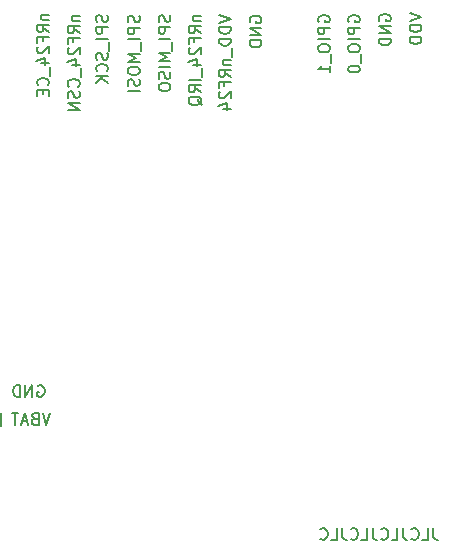
<source format=gbo>
G04 #@! TF.GenerationSoftware,KiCad,Pcbnew,8.0.8*
G04 #@! TF.CreationDate,2025-01-30T19:33:48+01:00*
G04 #@! TF.ProjectId,HAMS_node,48414d53-5f6e-46f6-9465-2e6b69636164,rev?*
G04 #@! TF.SameCoordinates,Original*
G04 #@! TF.FileFunction,Legend,Bot*
G04 #@! TF.FilePolarity,Positive*
%FSLAX46Y46*%
G04 Gerber Fmt 4.6, Leading zero omitted, Abs format (unit mm)*
G04 Created by KiCad (PCBNEW 8.0.8) date 2025-01-30 19:33:48*
%MOMM*%
%LPD*%
G01*
G04 APERTURE LIST*
G04 Aperture macros list*
%AMRoundRect*
0 Rectangle with rounded corners*
0 $1 Rounding radius*
0 $2 $3 $4 $5 $6 $7 $8 $9 X,Y pos of 4 corners*
0 Add a 4 corners polygon primitive as box body*
4,1,4,$2,$3,$4,$5,$6,$7,$8,$9,$2,$3,0*
0 Add four circle primitives for the rounded corners*
1,1,$1+$1,$2,$3*
1,1,$1+$1,$4,$5*
1,1,$1+$1,$6,$7*
1,1,$1+$1,$8,$9*
0 Add four rect primitives between the rounded corners*
20,1,$1+$1,$2,$3,$4,$5,0*
20,1,$1+$1,$4,$5,$6,$7,0*
20,1,$1+$1,$6,$7,$8,$9,0*
20,1,$1+$1,$8,$9,$2,$3,0*%
G04 Aperture macros list end*
%ADD10C,0.150000*%
%ADD11C,2.200000*%
%ADD12R,1.000000X1.000000*%
%ADD13O,1.000000X1.000000*%
%ADD14O,2.000000X1.700000*%
%ADD15RoundRect,0.250000X0.750000X-0.600000X0.750000X0.600000X-0.750000X0.600000X-0.750000X-0.600000X0*%
%ADD16C,1.200000*%
%ADD17R,1.700000X1.700000*%
%ADD18O,1.700000X1.700000*%
%ADD19C,1.700000*%
G04 APERTURE END LIST*
D10*
X203017438Y-62110588D02*
X202969819Y-62015350D01*
X202969819Y-62015350D02*
X202969819Y-61872493D01*
X202969819Y-61872493D02*
X203017438Y-61729636D01*
X203017438Y-61729636D02*
X203112676Y-61634398D01*
X203112676Y-61634398D02*
X203207914Y-61586779D01*
X203207914Y-61586779D02*
X203398390Y-61539160D01*
X203398390Y-61539160D02*
X203541247Y-61539160D01*
X203541247Y-61539160D02*
X203731723Y-61586779D01*
X203731723Y-61586779D02*
X203826961Y-61634398D01*
X203826961Y-61634398D02*
X203922200Y-61729636D01*
X203922200Y-61729636D02*
X203969819Y-61872493D01*
X203969819Y-61872493D02*
X203969819Y-61967731D01*
X203969819Y-61967731D02*
X203922200Y-62110588D01*
X203922200Y-62110588D02*
X203874580Y-62158207D01*
X203874580Y-62158207D02*
X203541247Y-62158207D01*
X203541247Y-62158207D02*
X203541247Y-61967731D01*
X203969819Y-62586779D02*
X202969819Y-62586779D01*
X202969819Y-62586779D02*
X203969819Y-63158207D01*
X203969819Y-63158207D02*
X202969819Y-63158207D01*
X203969819Y-63634398D02*
X202969819Y-63634398D01*
X202969819Y-63634398D02*
X202969819Y-63872493D01*
X202969819Y-63872493D02*
X203017438Y-64015350D01*
X203017438Y-64015350D02*
X203112676Y-64110588D01*
X203112676Y-64110588D02*
X203207914Y-64158207D01*
X203207914Y-64158207D02*
X203398390Y-64205826D01*
X203398390Y-64205826D02*
X203541247Y-64205826D01*
X203541247Y-64205826D02*
X203731723Y-64158207D01*
X203731723Y-64158207D02*
X203826961Y-64110588D01*
X203826961Y-64110588D02*
X203922200Y-64015350D01*
X203922200Y-64015350D02*
X203969819Y-63872493D01*
X203969819Y-63872493D02*
X203969819Y-63634398D01*
X205569819Y-61493922D02*
X206569819Y-61827255D01*
X206569819Y-61827255D02*
X205569819Y-62160588D01*
X206569819Y-62493922D02*
X205569819Y-62493922D01*
X205569819Y-62493922D02*
X205569819Y-62732017D01*
X205569819Y-62732017D02*
X205617438Y-62874874D01*
X205617438Y-62874874D02*
X205712676Y-62970112D01*
X205712676Y-62970112D02*
X205807914Y-63017731D01*
X205807914Y-63017731D02*
X205998390Y-63065350D01*
X205998390Y-63065350D02*
X206141247Y-63065350D01*
X206141247Y-63065350D02*
X206331723Y-63017731D01*
X206331723Y-63017731D02*
X206426961Y-62970112D01*
X206426961Y-62970112D02*
X206522200Y-62874874D01*
X206522200Y-62874874D02*
X206569819Y-62732017D01*
X206569819Y-62732017D02*
X206569819Y-62493922D01*
X206569819Y-63493922D02*
X205569819Y-63493922D01*
X205569819Y-63493922D02*
X205569819Y-63732017D01*
X205569819Y-63732017D02*
X205617438Y-63874874D01*
X205617438Y-63874874D02*
X205712676Y-63970112D01*
X205712676Y-63970112D02*
X205807914Y-64017731D01*
X205807914Y-64017731D02*
X205998390Y-64065350D01*
X205998390Y-64065350D02*
X206141247Y-64065350D01*
X206141247Y-64065350D02*
X206331723Y-64017731D01*
X206331723Y-64017731D02*
X206426961Y-63970112D01*
X206426961Y-63970112D02*
X206522200Y-63874874D01*
X206522200Y-63874874D02*
X206569819Y-63732017D01*
X206569819Y-63732017D02*
X206569819Y-63493922D01*
X192067438Y-62260588D02*
X192019819Y-62165350D01*
X192019819Y-62165350D02*
X192019819Y-62022493D01*
X192019819Y-62022493D02*
X192067438Y-61879636D01*
X192067438Y-61879636D02*
X192162676Y-61784398D01*
X192162676Y-61784398D02*
X192257914Y-61736779D01*
X192257914Y-61736779D02*
X192448390Y-61689160D01*
X192448390Y-61689160D02*
X192591247Y-61689160D01*
X192591247Y-61689160D02*
X192781723Y-61736779D01*
X192781723Y-61736779D02*
X192876961Y-61784398D01*
X192876961Y-61784398D02*
X192972200Y-61879636D01*
X192972200Y-61879636D02*
X193019819Y-62022493D01*
X193019819Y-62022493D02*
X193019819Y-62117731D01*
X193019819Y-62117731D02*
X192972200Y-62260588D01*
X192972200Y-62260588D02*
X192924580Y-62308207D01*
X192924580Y-62308207D02*
X192591247Y-62308207D01*
X192591247Y-62308207D02*
X192591247Y-62117731D01*
X193019819Y-62736779D02*
X192019819Y-62736779D01*
X192019819Y-62736779D02*
X193019819Y-63308207D01*
X193019819Y-63308207D02*
X192019819Y-63308207D01*
X193019819Y-63784398D02*
X192019819Y-63784398D01*
X192019819Y-63784398D02*
X192019819Y-64022493D01*
X192019819Y-64022493D02*
X192067438Y-64165350D01*
X192067438Y-64165350D02*
X192162676Y-64260588D01*
X192162676Y-64260588D02*
X192257914Y-64308207D01*
X192257914Y-64308207D02*
X192448390Y-64355826D01*
X192448390Y-64355826D02*
X192591247Y-64355826D01*
X192591247Y-64355826D02*
X192781723Y-64308207D01*
X192781723Y-64308207D02*
X192876961Y-64260588D01*
X192876961Y-64260588D02*
X192972200Y-64165350D01*
X192972200Y-64165350D02*
X193019819Y-64022493D01*
X193019819Y-64022493D02*
X193019819Y-63784398D01*
X207577506Y-105069819D02*
X207577506Y-105784104D01*
X207577506Y-105784104D02*
X207625125Y-105926961D01*
X207625125Y-105926961D02*
X207720363Y-106022200D01*
X207720363Y-106022200D02*
X207863220Y-106069819D01*
X207863220Y-106069819D02*
X207958458Y-106069819D01*
X206625125Y-106069819D02*
X207101315Y-106069819D01*
X207101315Y-106069819D02*
X207101315Y-105069819D01*
X205720363Y-105974580D02*
X205767982Y-106022200D01*
X205767982Y-106022200D02*
X205910839Y-106069819D01*
X205910839Y-106069819D02*
X206006077Y-106069819D01*
X206006077Y-106069819D02*
X206148934Y-106022200D01*
X206148934Y-106022200D02*
X206244172Y-105926961D01*
X206244172Y-105926961D02*
X206291791Y-105831723D01*
X206291791Y-105831723D02*
X206339410Y-105641247D01*
X206339410Y-105641247D02*
X206339410Y-105498390D01*
X206339410Y-105498390D02*
X206291791Y-105307914D01*
X206291791Y-105307914D02*
X206244172Y-105212676D01*
X206244172Y-105212676D02*
X206148934Y-105117438D01*
X206148934Y-105117438D02*
X206006077Y-105069819D01*
X206006077Y-105069819D02*
X205910839Y-105069819D01*
X205910839Y-105069819D02*
X205767982Y-105117438D01*
X205767982Y-105117438D02*
X205720363Y-105165057D01*
X205006077Y-105069819D02*
X205006077Y-105784104D01*
X205006077Y-105784104D02*
X205053696Y-105926961D01*
X205053696Y-105926961D02*
X205148934Y-106022200D01*
X205148934Y-106022200D02*
X205291791Y-106069819D01*
X205291791Y-106069819D02*
X205387029Y-106069819D01*
X204053696Y-106069819D02*
X204529886Y-106069819D01*
X204529886Y-106069819D02*
X204529886Y-105069819D01*
X203148934Y-105974580D02*
X203196553Y-106022200D01*
X203196553Y-106022200D02*
X203339410Y-106069819D01*
X203339410Y-106069819D02*
X203434648Y-106069819D01*
X203434648Y-106069819D02*
X203577505Y-106022200D01*
X203577505Y-106022200D02*
X203672743Y-105926961D01*
X203672743Y-105926961D02*
X203720362Y-105831723D01*
X203720362Y-105831723D02*
X203767981Y-105641247D01*
X203767981Y-105641247D02*
X203767981Y-105498390D01*
X203767981Y-105498390D02*
X203720362Y-105307914D01*
X203720362Y-105307914D02*
X203672743Y-105212676D01*
X203672743Y-105212676D02*
X203577505Y-105117438D01*
X203577505Y-105117438D02*
X203434648Y-105069819D01*
X203434648Y-105069819D02*
X203339410Y-105069819D01*
X203339410Y-105069819D02*
X203196553Y-105117438D01*
X203196553Y-105117438D02*
X203148934Y-105165057D01*
X202434648Y-105069819D02*
X202434648Y-105784104D01*
X202434648Y-105784104D02*
X202482267Y-105926961D01*
X202482267Y-105926961D02*
X202577505Y-106022200D01*
X202577505Y-106022200D02*
X202720362Y-106069819D01*
X202720362Y-106069819D02*
X202815600Y-106069819D01*
X201482267Y-106069819D02*
X201958457Y-106069819D01*
X201958457Y-106069819D02*
X201958457Y-105069819D01*
X200577505Y-105974580D02*
X200625124Y-106022200D01*
X200625124Y-106022200D02*
X200767981Y-106069819D01*
X200767981Y-106069819D02*
X200863219Y-106069819D01*
X200863219Y-106069819D02*
X201006076Y-106022200D01*
X201006076Y-106022200D02*
X201101314Y-105926961D01*
X201101314Y-105926961D02*
X201148933Y-105831723D01*
X201148933Y-105831723D02*
X201196552Y-105641247D01*
X201196552Y-105641247D02*
X201196552Y-105498390D01*
X201196552Y-105498390D02*
X201148933Y-105307914D01*
X201148933Y-105307914D02*
X201101314Y-105212676D01*
X201101314Y-105212676D02*
X201006076Y-105117438D01*
X201006076Y-105117438D02*
X200863219Y-105069819D01*
X200863219Y-105069819D02*
X200767981Y-105069819D01*
X200767981Y-105069819D02*
X200625124Y-105117438D01*
X200625124Y-105117438D02*
X200577505Y-105165057D01*
X199863219Y-105069819D02*
X199863219Y-105784104D01*
X199863219Y-105784104D02*
X199910838Y-105926961D01*
X199910838Y-105926961D02*
X200006076Y-106022200D01*
X200006076Y-106022200D02*
X200148933Y-106069819D01*
X200148933Y-106069819D02*
X200244171Y-106069819D01*
X198910838Y-106069819D02*
X199387028Y-106069819D01*
X199387028Y-106069819D02*
X199387028Y-105069819D01*
X198006076Y-105974580D02*
X198053695Y-106022200D01*
X198053695Y-106022200D02*
X198196552Y-106069819D01*
X198196552Y-106069819D02*
X198291790Y-106069819D01*
X198291790Y-106069819D02*
X198434647Y-106022200D01*
X198434647Y-106022200D02*
X198529885Y-105926961D01*
X198529885Y-105926961D02*
X198577504Y-105831723D01*
X198577504Y-105831723D02*
X198625123Y-105641247D01*
X198625123Y-105641247D02*
X198625123Y-105498390D01*
X198625123Y-105498390D02*
X198577504Y-105307914D01*
X198577504Y-105307914D02*
X198529885Y-105212676D01*
X198529885Y-105212676D02*
X198434647Y-105117438D01*
X198434647Y-105117438D02*
X198291790Y-105069819D01*
X198291790Y-105069819D02*
X198196552Y-105069819D01*
X198196552Y-105069819D02*
X198053695Y-105117438D01*
X198053695Y-105117438D02*
X198006076Y-105165057D01*
X200417438Y-62210588D02*
X200369819Y-62115350D01*
X200369819Y-62115350D02*
X200369819Y-61972493D01*
X200369819Y-61972493D02*
X200417438Y-61829636D01*
X200417438Y-61829636D02*
X200512676Y-61734398D01*
X200512676Y-61734398D02*
X200607914Y-61686779D01*
X200607914Y-61686779D02*
X200798390Y-61639160D01*
X200798390Y-61639160D02*
X200941247Y-61639160D01*
X200941247Y-61639160D02*
X201131723Y-61686779D01*
X201131723Y-61686779D02*
X201226961Y-61734398D01*
X201226961Y-61734398D02*
X201322200Y-61829636D01*
X201322200Y-61829636D02*
X201369819Y-61972493D01*
X201369819Y-61972493D02*
X201369819Y-62067731D01*
X201369819Y-62067731D02*
X201322200Y-62210588D01*
X201322200Y-62210588D02*
X201274580Y-62258207D01*
X201274580Y-62258207D02*
X200941247Y-62258207D01*
X200941247Y-62258207D02*
X200941247Y-62067731D01*
X201369819Y-62686779D02*
X200369819Y-62686779D01*
X200369819Y-62686779D02*
X200369819Y-63067731D01*
X200369819Y-63067731D02*
X200417438Y-63162969D01*
X200417438Y-63162969D02*
X200465057Y-63210588D01*
X200465057Y-63210588D02*
X200560295Y-63258207D01*
X200560295Y-63258207D02*
X200703152Y-63258207D01*
X200703152Y-63258207D02*
X200798390Y-63210588D01*
X200798390Y-63210588D02*
X200846009Y-63162969D01*
X200846009Y-63162969D02*
X200893628Y-63067731D01*
X200893628Y-63067731D02*
X200893628Y-62686779D01*
X201369819Y-63686779D02*
X200369819Y-63686779D01*
X200369819Y-64353445D02*
X200369819Y-64543921D01*
X200369819Y-64543921D02*
X200417438Y-64639159D01*
X200417438Y-64639159D02*
X200512676Y-64734397D01*
X200512676Y-64734397D02*
X200703152Y-64782016D01*
X200703152Y-64782016D02*
X201036485Y-64782016D01*
X201036485Y-64782016D02*
X201226961Y-64734397D01*
X201226961Y-64734397D02*
X201322200Y-64639159D01*
X201322200Y-64639159D02*
X201369819Y-64543921D01*
X201369819Y-64543921D02*
X201369819Y-64353445D01*
X201369819Y-64353445D02*
X201322200Y-64258207D01*
X201322200Y-64258207D02*
X201226961Y-64162969D01*
X201226961Y-64162969D02*
X201036485Y-64115350D01*
X201036485Y-64115350D02*
X200703152Y-64115350D01*
X200703152Y-64115350D02*
X200512676Y-64162969D01*
X200512676Y-64162969D02*
X200417438Y-64258207D01*
X200417438Y-64258207D02*
X200369819Y-64353445D01*
X201465057Y-64972493D02*
X201465057Y-65734397D01*
X200369819Y-66162969D02*
X200369819Y-66258207D01*
X200369819Y-66258207D02*
X200417438Y-66353445D01*
X200417438Y-66353445D02*
X200465057Y-66401064D01*
X200465057Y-66401064D02*
X200560295Y-66448683D01*
X200560295Y-66448683D02*
X200750771Y-66496302D01*
X200750771Y-66496302D02*
X200988866Y-66496302D01*
X200988866Y-66496302D02*
X201179342Y-66448683D01*
X201179342Y-66448683D02*
X201274580Y-66401064D01*
X201274580Y-66401064D02*
X201322200Y-66353445D01*
X201322200Y-66353445D02*
X201369819Y-66258207D01*
X201369819Y-66258207D02*
X201369819Y-66162969D01*
X201369819Y-66162969D02*
X201322200Y-66067731D01*
X201322200Y-66067731D02*
X201274580Y-66020112D01*
X201274580Y-66020112D02*
X201179342Y-65972493D01*
X201179342Y-65972493D02*
X200988866Y-65924874D01*
X200988866Y-65924874D02*
X200750771Y-65924874D01*
X200750771Y-65924874D02*
X200560295Y-65972493D01*
X200560295Y-65972493D02*
X200465057Y-66020112D01*
X200465057Y-66020112D02*
X200417438Y-66067731D01*
X200417438Y-66067731D02*
X200369819Y-66162969D01*
X197867438Y-62210588D02*
X197819819Y-62115350D01*
X197819819Y-62115350D02*
X197819819Y-61972493D01*
X197819819Y-61972493D02*
X197867438Y-61829636D01*
X197867438Y-61829636D02*
X197962676Y-61734398D01*
X197962676Y-61734398D02*
X198057914Y-61686779D01*
X198057914Y-61686779D02*
X198248390Y-61639160D01*
X198248390Y-61639160D02*
X198391247Y-61639160D01*
X198391247Y-61639160D02*
X198581723Y-61686779D01*
X198581723Y-61686779D02*
X198676961Y-61734398D01*
X198676961Y-61734398D02*
X198772200Y-61829636D01*
X198772200Y-61829636D02*
X198819819Y-61972493D01*
X198819819Y-61972493D02*
X198819819Y-62067731D01*
X198819819Y-62067731D02*
X198772200Y-62210588D01*
X198772200Y-62210588D02*
X198724580Y-62258207D01*
X198724580Y-62258207D02*
X198391247Y-62258207D01*
X198391247Y-62258207D02*
X198391247Y-62067731D01*
X198819819Y-62686779D02*
X197819819Y-62686779D01*
X197819819Y-62686779D02*
X197819819Y-63067731D01*
X197819819Y-63067731D02*
X197867438Y-63162969D01*
X197867438Y-63162969D02*
X197915057Y-63210588D01*
X197915057Y-63210588D02*
X198010295Y-63258207D01*
X198010295Y-63258207D02*
X198153152Y-63258207D01*
X198153152Y-63258207D02*
X198248390Y-63210588D01*
X198248390Y-63210588D02*
X198296009Y-63162969D01*
X198296009Y-63162969D02*
X198343628Y-63067731D01*
X198343628Y-63067731D02*
X198343628Y-62686779D01*
X198819819Y-63686779D02*
X197819819Y-63686779D01*
X197819819Y-64353445D02*
X197819819Y-64543921D01*
X197819819Y-64543921D02*
X197867438Y-64639159D01*
X197867438Y-64639159D02*
X197962676Y-64734397D01*
X197962676Y-64734397D02*
X198153152Y-64782016D01*
X198153152Y-64782016D02*
X198486485Y-64782016D01*
X198486485Y-64782016D02*
X198676961Y-64734397D01*
X198676961Y-64734397D02*
X198772200Y-64639159D01*
X198772200Y-64639159D02*
X198819819Y-64543921D01*
X198819819Y-64543921D02*
X198819819Y-64353445D01*
X198819819Y-64353445D02*
X198772200Y-64258207D01*
X198772200Y-64258207D02*
X198676961Y-64162969D01*
X198676961Y-64162969D02*
X198486485Y-64115350D01*
X198486485Y-64115350D02*
X198153152Y-64115350D01*
X198153152Y-64115350D02*
X197962676Y-64162969D01*
X197962676Y-64162969D02*
X197867438Y-64258207D01*
X197867438Y-64258207D02*
X197819819Y-64353445D01*
X198915057Y-64972493D02*
X198915057Y-65734397D01*
X198819819Y-66496302D02*
X198819819Y-65924874D01*
X198819819Y-66210588D02*
X197819819Y-66210588D01*
X197819819Y-66210588D02*
X197962676Y-66115350D01*
X197962676Y-66115350D02*
X198057914Y-66020112D01*
X198057914Y-66020112D02*
X198105533Y-65924874D01*
X179972200Y-61639160D02*
X180019819Y-61782017D01*
X180019819Y-61782017D02*
X180019819Y-62020112D01*
X180019819Y-62020112D02*
X179972200Y-62115350D01*
X179972200Y-62115350D02*
X179924580Y-62162969D01*
X179924580Y-62162969D02*
X179829342Y-62210588D01*
X179829342Y-62210588D02*
X179734104Y-62210588D01*
X179734104Y-62210588D02*
X179638866Y-62162969D01*
X179638866Y-62162969D02*
X179591247Y-62115350D01*
X179591247Y-62115350D02*
X179543628Y-62020112D01*
X179543628Y-62020112D02*
X179496009Y-61829636D01*
X179496009Y-61829636D02*
X179448390Y-61734398D01*
X179448390Y-61734398D02*
X179400771Y-61686779D01*
X179400771Y-61686779D02*
X179305533Y-61639160D01*
X179305533Y-61639160D02*
X179210295Y-61639160D01*
X179210295Y-61639160D02*
X179115057Y-61686779D01*
X179115057Y-61686779D02*
X179067438Y-61734398D01*
X179067438Y-61734398D02*
X179019819Y-61829636D01*
X179019819Y-61829636D02*
X179019819Y-62067731D01*
X179019819Y-62067731D02*
X179067438Y-62210588D01*
X180019819Y-62639160D02*
X179019819Y-62639160D01*
X179019819Y-62639160D02*
X179019819Y-63020112D01*
X179019819Y-63020112D02*
X179067438Y-63115350D01*
X179067438Y-63115350D02*
X179115057Y-63162969D01*
X179115057Y-63162969D02*
X179210295Y-63210588D01*
X179210295Y-63210588D02*
X179353152Y-63210588D01*
X179353152Y-63210588D02*
X179448390Y-63162969D01*
X179448390Y-63162969D02*
X179496009Y-63115350D01*
X179496009Y-63115350D02*
X179543628Y-63020112D01*
X179543628Y-63020112D02*
X179543628Y-62639160D01*
X180019819Y-63639160D02*
X179019819Y-63639160D01*
X180115057Y-63877255D02*
X180115057Y-64639159D01*
X179972200Y-64829636D02*
X180019819Y-64972493D01*
X180019819Y-64972493D02*
X180019819Y-65210588D01*
X180019819Y-65210588D02*
X179972200Y-65305826D01*
X179972200Y-65305826D02*
X179924580Y-65353445D01*
X179924580Y-65353445D02*
X179829342Y-65401064D01*
X179829342Y-65401064D02*
X179734104Y-65401064D01*
X179734104Y-65401064D02*
X179638866Y-65353445D01*
X179638866Y-65353445D02*
X179591247Y-65305826D01*
X179591247Y-65305826D02*
X179543628Y-65210588D01*
X179543628Y-65210588D02*
X179496009Y-65020112D01*
X179496009Y-65020112D02*
X179448390Y-64924874D01*
X179448390Y-64924874D02*
X179400771Y-64877255D01*
X179400771Y-64877255D02*
X179305533Y-64829636D01*
X179305533Y-64829636D02*
X179210295Y-64829636D01*
X179210295Y-64829636D02*
X179115057Y-64877255D01*
X179115057Y-64877255D02*
X179067438Y-64924874D01*
X179067438Y-64924874D02*
X179019819Y-65020112D01*
X179019819Y-65020112D02*
X179019819Y-65258207D01*
X179019819Y-65258207D02*
X179067438Y-65401064D01*
X179924580Y-66401064D02*
X179972200Y-66353445D01*
X179972200Y-66353445D02*
X180019819Y-66210588D01*
X180019819Y-66210588D02*
X180019819Y-66115350D01*
X180019819Y-66115350D02*
X179972200Y-65972493D01*
X179972200Y-65972493D02*
X179876961Y-65877255D01*
X179876961Y-65877255D02*
X179781723Y-65829636D01*
X179781723Y-65829636D02*
X179591247Y-65782017D01*
X179591247Y-65782017D02*
X179448390Y-65782017D01*
X179448390Y-65782017D02*
X179257914Y-65829636D01*
X179257914Y-65829636D02*
X179162676Y-65877255D01*
X179162676Y-65877255D02*
X179067438Y-65972493D01*
X179067438Y-65972493D02*
X179019819Y-66115350D01*
X179019819Y-66115350D02*
X179019819Y-66210588D01*
X179019819Y-66210588D02*
X179067438Y-66353445D01*
X179067438Y-66353445D02*
X179115057Y-66401064D01*
X180019819Y-66829636D02*
X179019819Y-66829636D01*
X180019819Y-67401064D02*
X179448390Y-66972493D01*
X179019819Y-67401064D02*
X179591247Y-66829636D01*
X174353152Y-61586779D02*
X175019819Y-61586779D01*
X174448390Y-61586779D02*
X174400771Y-61634398D01*
X174400771Y-61634398D02*
X174353152Y-61729636D01*
X174353152Y-61729636D02*
X174353152Y-61872493D01*
X174353152Y-61872493D02*
X174400771Y-61967731D01*
X174400771Y-61967731D02*
X174496009Y-62015350D01*
X174496009Y-62015350D02*
X175019819Y-62015350D01*
X175019819Y-63062969D02*
X174543628Y-62729636D01*
X175019819Y-62491541D02*
X174019819Y-62491541D01*
X174019819Y-62491541D02*
X174019819Y-62872493D01*
X174019819Y-62872493D02*
X174067438Y-62967731D01*
X174067438Y-62967731D02*
X174115057Y-63015350D01*
X174115057Y-63015350D02*
X174210295Y-63062969D01*
X174210295Y-63062969D02*
X174353152Y-63062969D01*
X174353152Y-63062969D02*
X174448390Y-63015350D01*
X174448390Y-63015350D02*
X174496009Y-62967731D01*
X174496009Y-62967731D02*
X174543628Y-62872493D01*
X174543628Y-62872493D02*
X174543628Y-62491541D01*
X174496009Y-63824874D02*
X174496009Y-63491541D01*
X175019819Y-63491541D02*
X174019819Y-63491541D01*
X174019819Y-63491541D02*
X174019819Y-63967731D01*
X174115057Y-64301065D02*
X174067438Y-64348684D01*
X174067438Y-64348684D02*
X174019819Y-64443922D01*
X174019819Y-64443922D02*
X174019819Y-64682017D01*
X174019819Y-64682017D02*
X174067438Y-64777255D01*
X174067438Y-64777255D02*
X174115057Y-64824874D01*
X174115057Y-64824874D02*
X174210295Y-64872493D01*
X174210295Y-64872493D02*
X174305533Y-64872493D01*
X174305533Y-64872493D02*
X174448390Y-64824874D01*
X174448390Y-64824874D02*
X175019819Y-64253446D01*
X175019819Y-64253446D02*
X175019819Y-64872493D01*
X174353152Y-65729636D02*
X175019819Y-65729636D01*
X173972200Y-65491541D02*
X174686485Y-65253446D01*
X174686485Y-65253446D02*
X174686485Y-65872493D01*
X175115057Y-66015351D02*
X175115057Y-66777255D01*
X174924580Y-67586779D02*
X174972200Y-67539160D01*
X174972200Y-67539160D02*
X175019819Y-67396303D01*
X175019819Y-67396303D02*
X175019819Y-67301065D01*
X175019819Y-67301065D02*
X174972200Y-67158208D01*
X174972200Y-67158208D02*
X174876961Y-67062970D01*
X174876961Y-67062970D02*
X174781723Y-67015351D01*
X174781723Y-67015351D02*
X174591247Y-66967732D01*
X174591247Y-66967732D02*
X174448390Y-66967732D01*
X174448390Y-66967732D02*
X174257914Y-67015351D01*
X174257914Y-67015351D02*
X174162676Y-67062970D01*
X174162676Y-67062970D02*
X174067438Y-67158208D01*
X174067438Y-67158208D02*
X174019819Y-67301065D01*
X174019819Y-67301065D02*
X174019819Y-67396303D01*
X174019819Y-67396303D02*
X174067438Y-67539160D01*
X174067438Y-67539160D02*
X174115057Y-67586779D01*
X174496009Y-68015351D02*
X174496009Y-68348684D01*
X175019819Y-68491541D02*
X175019819Y-68015351D01*
X175019819Y-68015351D02*
X174019819Y-68015351D01*
X174019819Y-68015351D02*
X174019819Y-68491541D01*
X185272200Y-61639160D02*
X185319819Y-61782017D01*
X185319819Y-61782017D02*
X185319819Y-62020112D01*
X185319819Y-62020112D02*
X185272200Y-62115350D01*
X185272200Y-62115350D02*
X185224580Y-62162969D01*
X185224580Y-62162969D02*
X185129342Y-62210588D01*
X185129342Y-62210588D02*
X185034104Y-62210588D01*
X185034104Y-62210588D02*
X184938866Y-62162969D01*
X184938866Y-62162969D02*
X184891247Y-62115350D01*
X184891247Y-62115350D02*
X184843628Y-62020112D01*
X184843628Y-62020112D02*
X184796009Y-61829636D01*
X184796009Y-61829636D02*
X184748390Y-61734398D01*
X184748390Y-61734398D02*
X184700771Y-61686779D01*
X184700771Y-61686779D02*
X184605533Y-61639160D01*
X184605533Y-61639160D02*
X184510295Y-61639160D01*
X184510295Y-61639160D02*
X184415057Y-61686779D01*
X184415057Y-61686779D02*
X184367438Y-61734398D01*
X184367438Y-61734398D02*
X184319819Y-61829636D01*
X184319819Y-61829636D02*
X184319819Y-62067731D01*
X184319819Y-62067731D02*
X184367438Y-62210588D01*
X185319819Y-62639160D02*
X184319819Y-62639160D01*
X184319819Y-62639160D02*
X184319819Y-63020112D01*
X184319819Y-63020112D02*
X184367438Y-63115350D01*
X184367438Y-63115350D02*
X184415057Y-63162969D01*
X184415057Y-63162969D02*
X184510295Y-63210588D01*
X184510295Y-63210588D02*
X184653152Y-63210588D01*
X184653152Y-63210588D02*
X184748390Y-63162969D01*
X184748390Y-63162969D02*
X184796009Y-63115350D01*
X184796009Y-63115350D02*
X184843628Y-63020112D01*
X184843628Y-63020112D02*
X184843628Y-62639160D01*
X185319819Y-63639160D02*
X184319819Y-63639160D01*
X185415057Y-63877255D02*
X185415057Y-64639159D01*
X185319819Y-64877255D02*
X184319819Y-64877255D01*
X184319819Y-64877255D02*
X185034104Y-65210588D01*
X185034104Y-65210588D02*
X184319819Y-65543921D01*
X184319819Y-65543921D02*
X185319819Y-65543921D01*
X185319819Y-66020112D02*
X184319819Y-66020112D01*
X185272200Y-66448683D02*
X185319819Y-66591540D01*
X185319819Y-66591540D02*
X185319819Y-66829635D01*
X185319819Y-66829635D02*
X185272200Y-66924873D01*
X185272200Y-66924873D02*
X185224580Y-66972492D01*
X185224580Y-66972492D02*
X185129342Y-67020111D01*
X185129342Y-67020111D02*
X185034104Y-67020111D01*
X185034104Y-67020111D02*
X184938866Y-66972492D01*
X184938866Y-66972492D02*
X184891247Y-66924873D01*
X184891247Y-66924873D02*
X184843628Y-66829635D01*
X184843628Y-66829635D02*
X184796009Y-66639159D01*
X184796009Y-66639159D02*
X184748390Y-66543921D01*
X184748390Y-66543921D02*
X184700771Y-66496302D01*
X184700771Y-66496302D02*
X184605533Y-66448683D01*
X184605533Y-66448683D02*
X184510295Y-66448683D01*
X184510295Y-66448683D02*
X184415057Y-66496302D01*
X184415057Y-66496302D02*
X184367438Y-66543921D01*
X184367438Y-66543921D02*
X184319819Y-66639159D01*
X184319819Y-66639159D02*
X184319819Y-66877254D01*
X184319819Y-66877254D02*
X184367438Y-67020111D01*
X184319819Y-67639159D02*
X184319819Y-67829635D01*
X184319819Y-67829635D02*
X184367438Y-67924873D01*
X184367438Y-67924873D02*
X184462676Y-68020111D01*
X184462676Y-68020111D02*
X184653152Y-68067730D01*
X184653152Y-68067730D02*
X184986485Y-68067730D01*
X184986485Y-68067730D02*
X185176961Y-68020111D01*
X185176961Y-68020111D02*
X185272200Y-67924873D01*
X185272200Y-67924873D02*
X185319819Y-67829635D01*
X185319819Y-67829635D02*
X185319819Y-67639159D01*
X185319819Y-67639159D02*
X185272200Y-67543921D01*
X185272200Y-67543921D02*
X185176961Y-67448683D01*
X185176961Y-67448683D02*
X184986485Y-67401064D01*
X184986485Y-67401064D02*
X184653152Y-67401064D01*
X184653152Y-67401064D02*
X184462676Y-67448683D01*
X184462676Y-67448683D02*
X184367438Y-67543921D01*
X184367438Y-67543921D02*
X184319819Y-67639159D01*
X189419819Y-61643922D02*
X190419819Y-61977255D01*
X190419819Y-61977255D02*
X189419819Y-62310588D01*
X190419819Y-62643922D02*
X189419819Y-62643922D01*
X189419819Y-62643922D02*
X189419819Y-62882017D01*
X189419819Y-62882017D02*
X189467438Y-63024874D01*
X189467438Y-63024874D02*
X189562676Y-63120112D01*
X189562676Y-63120112D02*
X189657914Y-63167731D01*
X189657914Y-63167731D02*
X189848390Y-63215350D01*
X189848390Y-63215350D02*
X189991247Y-63215350D01*
X189991247Y-63215350D02*
X190181723Y-63167731D01*
X190181723Y-63167731D02*
X190276961Y-63120112D01*
X190276961Y-63120112D02*
X190372200Y-63024874D01*
X190372200Y-63024874D02*
X190419819Y-62882017D01*
X190419819Y-62882017D02*
X190419819Y-62643922D01*
X190419819Y-63643922D02*
X189419819Y-63643922D01*
X189419819Y-63643922D02*
X189419819Y-63882017D01*
X189419819Y-63882017D02*
X189467438Y-64024874D01*
X189467438Y-64024874D02*
X189562676Y-64120112D01*
X189562676Y-64120112D02*
X189657914Y-64167731D01*
X189657914Y-64167731D02*
X189848390Y-64215350D01*
X189848390Y-64215350D02*
X189991247Y-64215350D01*
X189991247Y-64215350D02*
X190181723Y-64167731D01*
X190181723Y-64167731D02*
X190276961Y-64120112D01*
X190276961Y-64120112D02*
X190372200Y-64024874D01*
X190372200Y-64024874D02*
X190419819Y-63882017D01*
X190419819Y-63882017D02*
X190419819Y-63643922D01*
X190515057Y-64405827D02*
X190515057Y-65167731D01*
X189753152Y-65405827D02*
X190419819Y-65405827D01*
X189848390Y-65405827D02*
X189800771Y-65453446D01*
X189800771Y-65453446D02*
X189753152Y-65548684D01*
X189753152Y-65548684D02*
X189753152Y-65691541D01*
X189753152Y-65691541D02*
X189800771Y-65786779D01*
X189800771Y-65786779D02*
X189896009Y-65834398D01*
X189896009Y-65834398D02*
X190419819Y-65834398D01*
X190419819Y-66882017D02*
X189943628Y-66548684D01*
X190419819Y-66310589D02*
X189419819Y-66310589D01*
X189419819Y-66310589D02*
X189419819Y-66691541D01*
X189419819Y-66691541D02*
X189467438Y-66786779D01*
X189467438Y-66786779D02*
X189515057Y-66834398D01*
X189515057Y-66834398D02*
X189610295Y-66882017D01*
X189610295Y-66882017D02*
X189753152Y-66882017D01*
X189753152Y-66882017D02*
X189848390Y-66834398D01*
X189848390Y-66834398D02*
X189896009Y-66786779D01*
X189896009Y-66786779D02*
X189943628Y-66691541D01*
X189943628Y-66691541D02*
X189943628Y-66310589D01*
X189896009Y-67643922D02*
X189896009Y-67310589D01*
X190419819Y-67310589D02*
X189419819Y-67310589D01*
X189419819Y-67310589D02*
X189419819Y-67786779D01*
X189515057Y-68120113D02*
X189467438Y-68167732D01*
X189467438Y-68167732D02*
X189419819Y-68262970D01*
X189419819Y-68262970D02*
X189419819Y-68501065D01*
X189419819Y-68501065D02*
X189467438Y-68596303D01*
X189467438Y-68596303D02*
X189515057Y-68643922D01*
X189515057Y-68643922D02*
X189610295Y-68691541D01*
X189610295Y-68691541D02*
X189705533Y-68691541D01*
X189705533Y-68691541D02*
X189848390Y-68643922D01*
X189848390Y-68643922D02*
X190419819Y-68072494D01*
X190419819Y-68072494D02*
X190419819Y-68691541D01*
X189753152Y-69548684D02*
X190419819Y-69548684D01*
X189372200Y-69310589D02*
X190086485Y-69072494D01*
X190086485Y-69072494D02*
X190086485Y-69691541D01*
X175156077Y-95319819D02*
X174822744Y-96319819D01*
X174822744Y-96319819D02*
X174489411Y-95319819D01*
X173822744Y-95796009D02*
X173679887Y-95843628D01*
X173679887Y-95843628D02*
X173632268Y-95891247D01*
X173632268Y-95891247D02*
X173584649Y-95986485D01*
X173584649Y-95986485D02*
X173584649Y-96129342D01*
X173584649Y-96129342D02*
X173632268Y-96224580D01*
X173632268Y-96224580D02*
X173679887Y-96272200D01*
X173679887Y-96272200D02*
X173775125Y-96319819D01*
X173775125Y-96319819D02*
X174156077Y-96319819D01*
X174156077Y-96319819D02*
X174156077Y-95319819D01*
X174156077Y-95319819D02*
X173822744Y-95319819D01*
X173822744Y-95319819D02*
X173727506Y-95367438D01*
X173727506Y-95367438D02*
X173679887Y-95415057D01*
X173679887Y-95415057D02*
X173632268Y-95510295D01*
X173632268Y-95510295D02*
X173632268Y-95605533D01*
X173632268Y-95605533D02*
X173679887Y-95700771D01*
X173679887Y-95700771D02*
X173727506Y-95748390D01*
X173727506Y-95748390D02*
X173822744Y-95796009D01*
X173822744Y-95796009D02*
X174156077Y-95796009D01*
X173203696Y-96034104D02*
X172727506Y-96034104D01*
X173298934Y-96319819D02*
X172965601Y-95319819D01*
X172965601Y-95319819D02*
X172632268Y-96319819D01*
X172441791Y-95319819D02*
X171870363Y-95319819D01*
X172156077Y-96319819D02*
X172156077Y-95319819D01*
X182672200Y-61689160D02*
X182719819Y-61832017D01*
X182719819Y-61832017D02*
X182719819Y-62070112D01*
X182719819Y-62070112D02*
X182672200Y-62165350D01*
X182672200Y-62165350D02*
X182624580Y-62212969D01*
X182624580Y-62212969D02*
X182529342Y-62260588D01*
X182529342Y-62260588D02*
X182434104Y-62260588D01*
X182434104Y-62260588D02*
X182338866Y-62212969D01*
X182338866Y-62212969D02*
X182291247Y-62165350D01*
X182291247Y-62165350D02*
X182243628Y-62070112D01*
X182243628Y-62070112D02*
X182196009Y-61879636D01*
X182196009Y-61879636D02*
X182148390Y-61784398D01*
X182148390Y-61784398D02*
X182100771Y-61736779D01*
X182100771Y-61736779D02*
X182005533Y-61689160D01*
X182005533Y-61689160D02*
X181910295Y-61689160D01*
X181910295Y-61689160D02*
X181815057Y-61736779D01*
X181815057Y-61736779D02*
X181767438Y-61784398D01*
X181767438Y-61784398D02*
X181719819Y-61879636D01*
X181719819Y-61879636D02*
X181719819Y-62117731D01*
X181719819Y-62117731D02*
X181767438Y-62260588D01*
X182719819Y-62689160D02*
X181719819Y-62689160D01*
X181719819Y-62689160D02*
X181719819Y-63070112D01*
X181719819Y-63070112D02*
X181767438Y-63165350D01*
X181767438Y-63165350D02*
X181815057Y-63212969D01*
X181815057Y-63212969D02*
X181910295Y-63260588D01*
X181910295Y-63260588D02*
X182053152Y-63260588D01*
X182053152Y-63260588D02*
X182148390Y-63212969D01*
X182148390Y-63212969D02*
X182196009Y-63165350D01*
X182196009Y-63165350D02*
X182243628Y-63070112D01*
X182243628Y-63070112D02*
X182243628Y-62689160D01*
X182719819Y-63689160D02*
X181719819Y-63689160D01*
X182815057Y-63927255D02*
X182815057Y-64689159D01*
X182719819Y-64927255D02*
X181719819Y-64927255D01*
X181719819Y-64927255D02*
X182434104Y-65260588D01*
X182434104Y-65260588D02*
X181719819Y-65593921D01*
X181719819Y-65593921D02*
X182719819Y-65593921D01*
X181719819Y-66260588D02*
X181719819Y-66451064D01*
X181719819Y-66451064D02*
X181767438Y-66546302D01*
X181767438Y-66546302D02*
X181862676Y-66641540D01*
X181862676Y-66641540D02*
X182053152Y-66689159D01*
X182053152Y-66689159D02*
X182386485Y-66689159D01*
X182386485Y-66689159D02*
X182576961Y-66641540D01*
X182576961Y-66641540D02*
X182672200Y-66546302D01*
X182672200Y-66546302D02*
X182719819Y-66451064D01*
X182719819Y-66451064D02*
X182719819Y-66260588D01*
X182719819Y-66260588D02*
X182672200Y-66165350D01*
X182672200Y-66165350D02*
X182576961Y-66070112D01*
X182576961Y-66070112D02*
X182386485Y-66022493D01*
X182386485Y-66022493D02*
X182053152Y-66022493D01*
X182053152Y-66022493D02*
X181862676Y-66070112D01*
X181862676Y-66070112D02*
X181767438Y-66165350D01*
X181767438Y-66165350D02*
X181719819Y-66260588D01*
X182672200Y-67070112D02*
X182719819Y-67212969D01*
X182719819Y-67212969D02*
X182719819Y-67451064D01*
X182719819Y-67451064D02*
X182672200Y-67546302D01*
X182672200Y-67546302D02*
X182624580Y-67593921D01*
X182624580Y-67593921D02*
X182529342Y-67641540D01*
X182529342Y-67641540D02*
X182434104Y-67641540D01*
X182434104Y-67641540D02*
X182338866Y-67593921D01*
X182338866Y-67593921D02*
X182291247Y-67546302D01*
X182291247Y-67546302D02*
X182243628Y-67451064D01*
X182243628Y-67451064D02*
X182196009Y-67260588D01*
X182196009Y-67260588D02*
X182148390Y-67165350D01*
X182148390Y-67165350D02*
X182100771Y-67117731D01*
X182100771Y-67117731D02*
X182005533Y-67070112D01*
X182005533Y-67070112D02*
X181910295Y-67070112D01*
X181910295Y-67070112D02*
X181815057Y-67117731D01*
X181815057Y-67117731D02*
X181767438Y-67165350D01*
X181767438Y-67165350D02*
X181719819Y-67260588D01*
X181719819Y-67260588D02*
X181719819Y-67498683D01*
X181719819Y-67498683D02*
X181767438Y-67641540D01*
X182719819Y-68070112D02*
X181719819Y-68070112D01*
X174089411Y-93017438D02*
X174184649Y-92969819D01*
X174184649Y-92969819D02*
X174327506Y-92969819D01*
X174327506Y-92969819D02*
X174470363Y-93017438D01*
X174470363Y-93017438D02*
X174565601Y-93112676D01*
X174565601Y-93112676D02*
X174613220Y-93207914D01*
X174613220Y-93207914D02*
X174660839Y-93398390D01*
X174660839Y-93398390D02*
X174660839Y-93541247D01*
X174660839Y-93541247D02*
X174613220Y-93731723D01*
X174613220Y-93731723D02*
X174565601Y-93826961D01*
X174565601Y-93826961D02*
X174470363Y-93922200D01*
X174470363Y-93922200D02*
X174327506Y-93969819D01*
X174327506Y-93969819D02*
X174232268Y-93969819D01*
X174232268Y-93969819D02*
X174089411Y-93922200D01*
X174089411Y-93922200D02*
X174041792Y-93874580D01*
X174041792Y-93874580D02*
X174041792Y-93541247D01*
X174041792Y-93541247D02*
X174232268Y-93541247D01*
X173613220Y-93969819D02*
X173613220Y-92969819D01*
X173613220Y-92969819D02*
X173041792Y-93969819D01*
X173041792Y-93969819D02*
X173041792Y-92969819D01*
X172565601Y-93969819D02*
X172565601Y-92969819D01*
X172565601Y-92969819D02*
X172327506Y-92969819D01*
X172327506Y-92969819D02*
X172184649Y-93017438D01*
X172184649Y-93017438D02*
X172089411Y-93112676D01*
X172089411Y-93112676D02*
X172041792Y-93207914D01*
X172041792Y-93207914D02*
X171994173Y-93398390D01*
X171994173Y-93398390D02*
X171994173Y-93541247D01*
X171994173Y-93541247D02*
X172041792Y-93731723D01*
X172041792Y-93731723D02*
X172089411Y-93826961D01*
X172089411Y-93826961D02*
X172184649Y-93922200D01*
X172184649Y-93922200D02*
X172327506Y-93969819D01*
X172327506Y-93969819D02*
X172565601Y-93969819D01*
X187203152Y-61686779D02*
X187869819Y-61686779D01*
X187298390Y-61686779D02*
X187250771Y-61734398D01*
X187250771Y-61734398D02*
X187203152Y-61829636D01*
X187203152Y-61829636D02*
X187203152Y-61972493D01*
X187203152Y-61972493D02*
X187250771Y-62067731D01*
X187250771Y-62067731D02*
X187346009Y-62115350D01*
X187346009Y-62115350D02*
X187869819Y-62115350D01*
X187869819Y-63162969D02*
X187393628Y-62829636D01*
X187869819Y-62591541D02*
X186869819Y-62591541D01*
X186869819Y-62591541D02*
X186869819Y-62972493D01*
X186869819Y-62972493D02*
X186917438Y-63067731D01*
X186917438Y-63067731D02*
X186965057Y-63115350D01*
X186965057Y-63115350D02*
X187060295Y-63162969D01*
X187060295Y-63162969D02*
X187203152Y-63162969D01*
X187203152Y-63162969D02*
X187298390Y-63115350D01*
X187298390Y-63115350D02*
X187346009Y-63067731D01*
X187346009Y-63067731D02*
X187393628Y-62972493D01*
X187393628Y-62972493D02*
X187393628Y-62591541D01*
X187346009Y-63924874D02*
X187346009Y-63591541D01*
X187869819Y-63591541D02*
X186869819Y-63591541D01*
X186869819Y-63591541D02*
X186869819Y-64067731D01*
X186965057Y-64401065D02*
X186917438Y-64448684D01*
X186917438Y-64448684D02*
X186869819Y-64543922D01*
X186869819Y-64543922D02*
X186869819Y-64782017D01*
X186869819Y-64782017D02*
X186917438Y-64877255D01*
X186917438Y-64877255D02*
X186965057Y-64924874D01*
X186965057Y-64924874D02*
X187060295Y-64972493D01*
X187060295Y-64972493D02*
X187155533Y-64972493D01*
X187155533Y-64972493D02*
X187298390Y-64924874D01*
X187298390Y-64924874D02*
X187869819Y-64353446D01*
X187869819Y-64353446D02*
X187869819Y-64972493D01*
X187203152Y-65829636D02*
X187869819Y-65829636D01*
X186822200Y-65591541D02*
X187536485Y-65353446D01*
X187536485Y-65353446D02*
X187536485Y-65972493D01*
X187965057Y-66115351D02*
X187965057Y-66877255D01*
X187869819Y-67115351D02*
X186869819Y-67115351D01*
X187869819Y-68162969D02*
X187393628Y-67829636D01*
X187869819Y-67591541D02*
X186869819Y-67591541D01*
X186869819Y-67591541D02*
X186869819Y-67972493D01*
X186869819Y-67972493D02*
X186917438Y-68067731D01*
X186917438Y-68067731D02*
X186965057Y-68115350D01*
X186965057Y-68115350D02*
X187060295Y-68162969D01*
X187060295Y-68162969D02*
X187203152Y-68162969D01*
X187203152Y-68162969D02*
X187298390Y-68115350D01*
X187298390Y-68115350D02*
X187346009Y-68067731D01*
X187346009Y-68067731D02*
X187393628Y-67972493D01*
X187393628Y-67972493D02*
X187393628Y-67591541D01*
X187965057Y-69258207D02*
X187917438Y-69162969D01*
X187917438Y-69162969D02*
X187822200Y-69067731D01*
X187822200Y-69067731D02*
X187679342Y-68924874D01*
X187679342Y-68924874D02*
X187631723Y-68829636D01*
X187631723Y-68829636D02*
X187631723Y-68734398D01*
X187869819Y-68782017D02*
X187822200Y-68686779D01*
X187822200Y-68686779D02*
X187726961Y-68591541D01*
X187726961Y-68591541D02*
X187536485Y-68543922D01*
X187536485Y-68543922D02*
X187203152Y-68543922D01*
X187203152Y-68543922D02*
X187012676Y-68591541D01*
X187012676Y-68591541D02*
X186917438Y-68686779D01*
X186917438Y-68686779D02*
X186869819Y-68782017D01*
X186869819Y-68782017D02*
X186869819Y-68972493D01*
X186869819Y-68972493D02*
X186917438Y-69067731D01*
X186917438Y-69067731D02*
X187012676Y-69162969D01*
X187012676Y-69162969D02*
X187203152Y-69210588D01*
X187203152Y-69210588D02*
X187536485Y-69210588D01*
X187536485Y-69210588D02*
X187726961Y-69162969D01*
X187726961Y-69162969D02*
X187822200Y-69067731D01*
X187822200Y-69067731D02*
X187869819Y-68972493D01*
X187869819Y-68972493D02*
X187869819Y-68782017D01*
X176953152Y-61686779D02*
X177619819Y-61686779D01*
X177048390Y-61686779D02*
X177000771Y-61734398D01*
X177000771Y-61734398D02*
X176953152Y-61829636D01*
X176953152Y-61829636D02*
X176953152Y-61972493D01*
X176953152Y-61972493D02*
X177000771Y-62067731D01*
X177000771Y-62067731D02*
X177096009Y-62115350D01*
X177096009Y-62115350D02*
X177619819Y-62115350D01*
X177619819Y-63162969D02*
X177143628Y-62829636D01*
X177619819Y-62591541D02*
X176619819Y-62591541D01*
X176619819Y-62591541D02*
X176619819Y-62972493D01*
X176619819Y-62972493D02*
X176667438Y-63067731D01*
X176667438Y-63067731D02*
X176715057Y-63115350D01*
X176715057Y-63115350D02*
X176810295Y-63162969D01*
X176810295Y-63162969D02*
X176953152Y-63162969D01*
X176953152Y-63162969D02*
X177048390Y-63115350D01*
X177048390Y-63115350D02*
X177096009Y-63067731D01*
X177096009Y-63067731D02*
X177143628Y-62972493D01*
X177143628Y-62972493D02*
X177143628Y-62591541D01*
X177096009Y-63924874D02*
X177096009Y-63591541D01*
X177619819Y-63591541D02*
X176619819Y-63591541D01*
X176619819Y-63591541D02*
X176619819Y-64067731D01*
X176715057Y-64401065D02*
X176667438Y-64448684D01*
X176667438Y-64448684D02*
X176619819Y-64543922D01*
X176619819Y-64543922D02*
X176619819Y-64782017D01*
X176619819Y-64782017D02*
X176667438Y-64877255D01*
X176667438Y-64877255D02*
X176715057Y-64924874D01*
X176715057Y-64924874D02*
X176810295Y-64972493D01*
X176810295Y-64972493D02*
X176905533Y-64972493D01*
X176905533Y-64972493D02*
X177048390Y-64924874D01*
X177048390Y-64924874D02*
X177619819Y-64353446D01*
X177619819Y-64353446D02*
X177619819Y-64972493D01*
X176953152Y-65829636D02*
X177619819Y-65829636D01*
X176572200Y-65591541D02*
X177286485Y-65353446D01*
X177286485Y-65353446D02*
X177286485Y-65972493D01*
X177715057Y-66115351D02*
X177715057Y-66877255D01*
X177524580Y-67686779D02*
X177572200Y-67639160D01*
X177572200Y-67639160D02*
X177619819Y-67496303D01*
X177619819Y-67496303D02*
X177619819Y-67401065D01*
X177619819Y-67401065D02*
X177572200Y-67258208D01*
X177572200Y-67258208D02*
X177476961Y-67162970D01*
X177476961Y-67162970D02*
X177381723Y-67115351D01*
X177381723Y-67115351D02*
X177191247Y-67067732D01*
X177191247Y-67067732D02*
X177048390Y-67067732D01*
X177048390Y-67067732D02*
X176857914Y-67115351D01*
X176857914Y-67115351D02*
X176762676Y-67162970D01*
X176762676Y-67162970D02*
X176667438Y-67258208D01*
X176667438Y-67258208D02*
X176619819Y-67401065D01*
X176619819Y-67401065D02*
X176619819Y-67496303D01*
X176619819Y-67496303D02*
X176667438Y-67639160D01*
X176667438Y-67639160D02*
X176715057Y-67686779D01*
X177572200Y-68067732D02*
X177619819Y-68210589D01*
X177619819Y-68210589D02*
X177619819Y-68448684D01*
X177619819Y-68448684D02*
X177572200Y-68543922D01*
X177572200Y-68543922D02*
X177524580Y-68591541D01*
X177524580Y-68591541D02*
X177429342Y-68639160D01*
X177429342Y-68639160D02*
X177334104Y-68639160D01*
X177334104Y-68639160D02*
X177238866Y-68591541D01*
X177238866Y-68591541D02*
X177191247Y-68543922D01*
X177191247Y-68543922D02*
X177143628Y-68448684D01*
X177143628Y-68448684D02*
X177096009Y-68258208D01*
X177096009Y-68258208D02*
X177048390Y-68162970D01*
X177048390Y-68162970D02*
X177000771Y-68115351D01*
X177000771Y-68115351D02*
X176905533Y-68067732D01*
X176905533Y-68067732D02*
X176810295Y-68067732D01*
X176810295Y-68067732D02*
X176715057Y-68115351D01*
X176715057Y-68115351D02*
X176667438Y-68162970D01*
X176667438Y-68162970D02*
X176619819Y-68258208D01*
X176619819Y-68258208D02*
X176619819Y-68496303D01*
X176619819Y-68496303D02*
X176667438Y-68639160D01*
X177619819Y-69067732D02*
X176619819Y-69067732D01*
X176619819Y-69067732D02*
X177619819Y-69639160D01*
X177619819Y-69639160D02*
X176619819Y-69639160D01*
%LPC*%
D11*
X211900000Y-59800000D03*
D12*
X202700000Y-78850000D03*
D13*
X203970000Y-78850000D03*
X185595000Y-80100000D03*
D12*
X184325000Y-80100000D03*
X179825000Y-89850000D03*
D13*
X179825000Y-88580000D03*
D12*
X179800000Y-80945000D03*
D13*
X179800000Y-79675000D03*
D14*
X170075000Y-93450000D03*
D15*
X170075000Y-95950000D03*
D16*
X172075000Y-97550000D03*
D17*
X203410000Y-98520000D03*
D18*
X203410000Y-95980000D03*
X203410000Y-93440000D03*
X203410000Y-90900000D03*
D11*
X211900000Y-105400000D03*
D17*
X206030000Y-59750000D03*
D18*
X203490000Y-59750000D03*
X200950000Y-59750000D03*
X198410000Y-59750000D03*
D11*
X168800000Y-105400000D03*
X168800000Y-59800000D03*
D17*
X210050000Y-86180000D03*
D18*
X210050000Y-83640000D03*
X210050000Y-81100000D03*
X210050000Y-78560000D03*
D17*
X203460000Y-74300000D03*
D18*
X203460000Y-71760000D03*
X203460000Y-69220000D03*
X203460000Y-66680000D03*
D17*
X174700000Y-59700000D03*
D18*
X177240000Y-59700000D03*
X179780000Y-59700000D03*
X182320000Y-59700000D03*
X184860000Y-59700000D03*
X187400000Y-59700000D03*
X189940000Y-59700000D03*
X192480000Y-59700000D03*
D17*
X194439500Y-75420000D03*
D19*
X191899500Y-75420000D03*
X194439500Y-72880000D03*
X191899500Y-72880000D03*
X194439500Y-70340000D03*
X191899500Y-70340000D03*
X194439500Y-67800000D03*
X191899500Y-67800000D03*
%LPD*%
M02*

</source>
